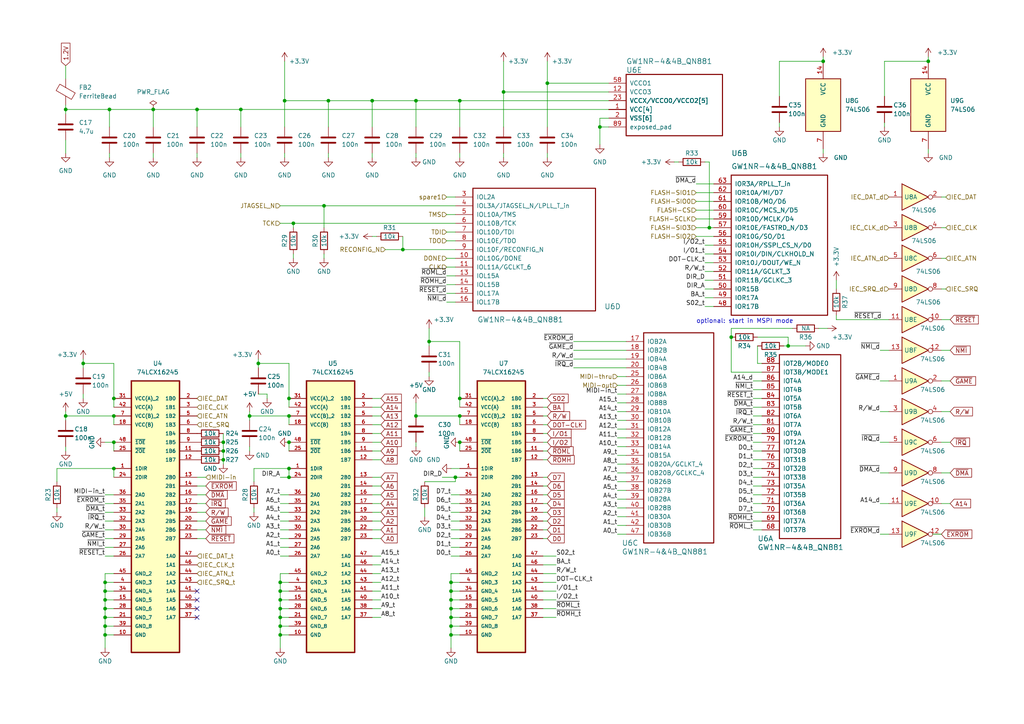
<source format=kicad_sch>
(kicad_sch (version 20230121) (generator eeschema)
  (paper "A4")
  (title_block (title "GW1NR-4 FPGA and level shifter"))
  (junction (at 93.98 59.69))
  (junction (at 64.77 130.81))
  (junction (at 81.28 168.91))
  (junction (at 130.81 181.61))
  (junction (at 19.05 31.75))
  (junction (at 31.75 31.75))
  (junction (at 30.48 168.91))
  (junction (at 173.99 36.83))
  (junction (at 30.48 173.99))
  (junction (at 120.65 120.65))
  (junction (at 269.24 17.78))
  (junction (at 132.08 138.43))
  (junction (at 130.81 179.07))
  (junction (at 30.48 179.07))
  (junction (at 44.45 31.75))
  (junction (at 30.48 181.61))
  (junction (at 238.76 17.78))
  (junction (at 72.39 120.65))
  (junction (at 205.74 66.04))
  (junction (at 82.55 29.21))
  (junction (at 83.82 115.57))
  (junction (at 120.65 29.21))
  (junction (at 81.28 184.15))
  (junction (at 107.95 29.21))
  (junction (at 81.28 181.61))
  (junction (at 85.09 64.77))
  (junction (at 81.28 179.07))
  (junction (at 33.02 120.65))
  (junction (at 24.13 105.41))
  (junction (at 133.35 115.57))
  (junction (at 81.28 176.53))
  (junction (at 83.82 120.65))
  (junction (at 228.6 100.33))
  (junction (at 30.48 171.45))
  (junction (at 146.05 26.67))
  (junction (at 33.02 135.89))
  (junction (at 33.02 128.27))
  (junction (at 57.15 31.75))
  (junction (at 133.35 120.65))
  (junction (at 74.93 105.41))
  (junction (at 130.81 168.91))
  (junction (at 130.81 176.53))
  (junction (at 212.09 97.79))
  (junction (at 116.84 72.39))
  (junction (at 133.35 29.21))
  (junction (at 130.81 173.99))
  (junction (at 83.82 135.89))
  (junction (at 133.35 128.27))
  (junction (at 158.75 24.13))
  (junction (at 69.85 31.75))
  (junction (at 33.02 115.57))
  (junction (at 64.77 133.35))
  (junction (at 81.28 171.45))
  (junction (at 124.46 99.06))
  (junction (at 19.05 120.65))
  (junction (at 95.25 29.21))
  (junction (at 81.28 173.99))
  (junction (at 83.82 128.27))
  (junction (at 64.77 128.27))
  (junction (at 83.82 138.43))
  (junction (at 30.48 184.15))
  (junction (at 30.48 176.53))
  (junction (at 130.81 171.45))
  (junction (at 130.81 184.15))
  (no_connect (at 57.15 179.07))
  (no_connect (at 57.15 171.45))
  (no_connect (at 57.15 173.99))
  (no_connect (at 57.15 176.53))
  (wire (pts (xy 158.75 17.78) (xy 158.75 24.13)))
  (wire (pts (xy 110.49 148.59) (xy 107.95 148.59)))
  (wire (pts (xy 133.35 29.21) (xy 120.65 29.21)))
  (wire (pts (xy 30.48 156.21) (xy 33.02 156.21)))
  (wire (pts (xy 130.81 158.75) (xy 133.35 158.75)))
  (wire (pts (xy 107.95 68.58) (xy 109.22 68.58)))
  (wire (pts (xy 129.54 69.85) (xy 132.08 69.85)))
  (wire (pts (xy 81.28 161.29) (xy 83.82 161.29)))
  (wire (pts (xy 256.54 17.78) (xy 256.54 27.94)))
  (wire (pts (xy 157.48 171.45) (xy 161.29 171.45)))
  (wire (pts (xy 33.02 135.89) (xy 33.02 138.43)))
  (wire (pts (xy 73.66 135.89) (xy 73.66 139.7)))
  (wire (pts (xy 158.75 156.21) (xy 157.48 156.21)))
  (wire (pts (xy 30.48 184.15) (xy 30.48 187.96)))
  (wire (pts (xy 57.15 153.67) (xy 59.69 153.67)))
  (wire (pts (xy 204.47 78.74) (xy 207.01 78.74)))
  (wire (pts (xy 57.15 146.05) (xy 59.69 146.05)))
  (wire (pts (xy 124.46 107.95) (xy 124.46 109.22)))
  (wire (pts (xy 273.05 74.93) (xy 274.32 74.93)))
  (wire (pts (xy 204.47 73.66) (xy 207.01 73.66)))
  (wire (pts (xy 273.05 57.15) (xy 274.32 57.15)))
  (wire (pts (xy 69.85 31.75) (xy 69.85 36.83)))
  (wire (pts (xy 110.49 140.97) (xy 107.95 140.97)))
  (wire (pts (xy 270.51 154.94) (xy 273.05 154.94)))
  (wire (pts (xy 133.35 115.57) (xy 133.35 118.11)))
  (wire (pts (xy 30.48 176.53) (xy 30.48 179.07)))
  (wire (pts (xy 157.48 168.91) (xy 161.29 168.91)))
  (wire (pts (xy 110.49 173.99) (xy 107.95 173.99)))
  (wire (pts (xy 72.39 129.54) (xy 72.39 130.81)))
  (wire (pts (xy 129.54 74.93) (xy 132.08 74.93)))
  (wire (pts (xy 204.47 86.36) (xy 207.01 86.36)))
  (wire (pts (xy 218.44 133.35) (xy 220.98 133.35)))
  (wire (pts (xy 81.28 59.69) (xy 93.98 59.69)))
  (wire (pts (xy 129.54 87.63) (xy 132.08 87.63)))
  (wire (pts (xy 31.75 31.75) (xy 31.75 36.83)))
  (wire (pts (xy 81.28 176.53) (xy 83.82 176.53)))
  (wire (pts (xy 204.47 83.82) (xy 207.01 83.82)))
  (wire (pts (xy 218.44 118.11) (xy 220.98 118.11)))
  (wire (pts (xy 110.49 143.51) (xy 107.95 143.51)))
  (wire (pts (xy 77.47 114.3) (xy 77.47 115.57)))
  (wire (pts (xy 110.49 128.27) (xy 107.95 128.27)))
  (wire (pts (xy 179.07 139.7) (xy 181.61 139.7)))
  (wire (pts (xy 273.05 110.49) (xy 275.59 110.49)))
  (wire (pts (xy 81.28 168.91) (xy 83.82 168.91)))
  (wire (pts (xy 123.19 147.32) (xy 123.19 149.86)))
  (wire (pts (xy 130.81 153.67) (xy 133.35 153.67)))
  (wire (pts (xy 128.27 138.43) (xy 132.08 138.43)))
  (wire (pts (xy 24.13 106.68) (xy 24.13 105.41)))
  (wire (pts (xy 201.93 68.58) (xy 207.01 68.58)))
  (wire (pts (xy 81.28 179.07) (xy 81.28 181.61)))
  (wire (pts (xy 16.51 147.32) (xy 16.51 148.59)))
  (wire (pts (xy 228.6 100.33) (xy 233.68 100.33)))
  (wire (pts (xy 82.55 29.21) (xy 82.55 36.83)))
  (wire (pts (xy 179.07 129.54) (xy 181.61 129.54)))
  (wire (pts (xy 81.28 138.43) (xy 83.82 138.43)))
  (wire (pts (xy 44.45 31.75) (xy 57.15 31.75)))
  (wire (pts (xy 81.28 171.45) (xy 81.28 173.99)))
  (wire (pts (xy 218.44 128.27) (xy 220.98 128.27)))
  (wire (pts (xy 255.27 137.16) (xy 257.81 137.16)))
  (wire (pts (xy 30.48 158.75) (xy 33.02 158.75)))
  (wire (pts (xy 179.07 142.24) (xy 181.61 142.24)))
  (wire (pts (xy 166.37 99.06) (xy 181.61 99.06)))
  (wire (pts (xy 81.28 158.75) (xy 83.82 158.75)))
  (wire (pts (xy 269.24 16.51) (xy 269.24 17.78)))
  (wire (pts (xy 16.51 135.89) (xy 33.02 135.89)))
  (wire (pts (xy 57.15 148.59) (xy 59.69 148.59)))
  (wire (pts (xy 130.81 143.51) (xy 133.35 143.51)))
  (wire (pts (xy 30.48 151.13) (xy 33.02 151.13)))
  (wire (pts (xy 255.27 128.27) (xy 257.81 128.27)))
  (wire (pts (xy 110.49 156.21) (xy 107.95 156.21)))
  (wire (pts (xy 158.75 44.45) (xy 158.75 45.72)))
  (wire (pts (xy 269.24 17.78) (xy 256.54 17.78)))
  (wire (pts (xy 158.75 118.11) (xy 157.48 118.11)))
  (wire (pts (xy 158.75 146.05) (xy 157.48 146.05)))
  (wire (pts (xy 72.39 120.65) (xy 83.82 120.65)))
  (wire (pts (xy 212.09 97.79) (xy 212.09 107.95)))
  (wire (pts (xy 110.49 133.35) (xy 107.95 133.35)))
  (wire (pts (xy 179.07 114.3) (xy 181.61 114.3)))
  (wire (pts (xy 130.81 179.07) (xy 133.35 179.07)))
  (wire (pts (xy 218.44 120.65) (xy 220.98 120.65)))
  (wire (pts (xy 201.93 55.88) (xy 207.01 55.88)))
  (wire (pts (xy 95.25 29.21) (xy 95.25 36.83)))
  (wire (pts (xy 83.82 128.27) (xy 83.82 130.81)))
  (wire (pts (xy 130.81 184.15) (xy 133.35 184.15)))
  (wire (pts (xy 33.02 128.27) (xy 33.02 130.81)))
  (wire (pts (xy 133.35 99.06) (xy 133.35 115.57)))
  (wire (pts (xy 44.45 31.75) (xy 44.45 36.83)))
  (wire (pts (xy 57.15 140.97) (xy 59.69 140.97)))
  (wire (pts (xy 110.49 168.91) (xy 107.95 168.91)))
  (wire (pts (xy 110.49 176.53) (xy 107.95 176.53)))
  (wire (pts (xy 242.57 91.44) (xy 242.57 92.71)))
  (wire (pts (xy 179.07 154.94) (xy 181.61 154.94)))
  (wire (pts (xy 158.75 153.67) (xy 157.48 153.67)))
  (wire (pts (xy 31.75 31.75) (xy 44.45 31.75)))
  (wire (pts (xy 176.53 26.67) (xy 146.05 26.67)))
  (wire (pts (xy 218.44 143.51) (xy 220.98 143.51)))
  (wire (pts (xy 201.93 63.5) (xy 207.01 63.5)))
  (wire (pts (xy 95.25 44.45) (xy 95.25 45.72)))
  (wire (pts (xy 179.07 134.62) (xy 181.61 134.62)))
  (wire (pts (xy 82.55 29.21) (xy 82.55 17.78)))
  (wire (pts (xy 24.13 114.3) (xy 24.13 115.57)))
  (wire (pts (xy 110.49 138.43) (xy 107.95 138.43)))
  (wire (pts (xy 107.95 44.45) (xy 107.95 45.72)))
  (wire (pts (xy 57.15 31.75) (xy 69.85 31.75)))
  (wire (pts (xy 157.48 161.29) (xy 161.29 161.29)))
  (wire (pts (xy 218.44 153.67) (xy 220.98 153.67)))
  (wire (pts (xy 229.87 95.25) (xy 212.09 95.25)))
  (wire (pts (xy 227.33 100.33) (xy 228.6 100.33)))
  (wire (pts (xy 166.37 106.68) (xy 181.61 106.68)))
  (wire (pts (xy 130.81 171.45) (xy 133.35 171.45)))
  (wire (pts (xy 256.54 35.56) (xy 256.54 36.83)))
  (wire (pts (xy 33.02 120.65) (xy 33.02 123.19)))
  (wire (pts (xy 179.07 116.84) (xy 181.61 116.84)))
  (wire (pts (xy 273.05 128.27) (xy 275.59 128.27)))
  (wire (pts (xy 33.02 166.37) (xy 30.48 166.37)))
  (wire (pts (xy 110.49 151.13) (xy 107.95 151.13)))
  (wire (pts (xy 130.81 176.53) (xy 133.35 176.53)))
  (wire (pts (xy 30.48 161.29) (xy 33.02 161.29)))
  (wire (pts (xy 81.28 184.15) (xy 81.28 187.96)))
  (wire (pts (xy 179.07 124.46) (xy 181.61 124.46)))
  (wire (pts (xy 30.48 171.45) (xy 33.02 171.45)))
  (wire (pts (xy 132.08 59.69) (xy 93.98 59.69)))
  (wire (pts (xy 132.08 139.7) (xy 132.08 138.43)))
  (wire (pts (xy 179.07 147.32) (xy 181.61 147.32)))
  (wire (pts (xy 176.53 24.13) (xy 158.75 24.13)))
  (wire (pts (xy 179.07 127) (xy 181.61 127)))
  (wire (pts (xy 204.47 76.2) (xy 207.01 76.2)))
  (wire (pts (xy 81.28 181.61) (xy 83.82 181.61)))
  (wire (pts (xy 218.44 115.57) (xy 220.98 115.57)))
  (wire (pts (xy 81.28 184.15) (xy 83.82 184.15)))
  (wire (pts (xy 179.07 144.78) (xy 181.61 144.78)))
  (wire (pts (xy 110.49 161.29) (xy 107.95 161.29)))
  (wire (pts (xy 132.08 138.43) (xy 133.35 138.43)))
  (wire (pts (xy 255.27 146.05) (xy 257.81 146.05)))
  (wire (pts (xy 110.49 125.73) (xy 107.95 125.73)))
  (wire (pts (xy 120.65 128.27) (xy 120.65 129.54)))
  (wire (pts (xy 64.77 130.81) (xy 64.77 133.35)))
  (wire (pts (xy 110.49 120.65) (xy 107.95 120.65)))
  (wire (pts (xy 81.28 171.45) (xy 83.82 171.45)))
  (wire (pts (xy 157.48 173.99) (xy 161.29 173.99)))
  (wire (pts (xy 158.75 130.81) (xy 157.48 130.81)))
  (wire (pts (xy 238.76 17.78) (xy 226.06 17.78)))
  (wire (pts (xy 133.35 29.21) (xy 133.35 36.83)))
  (wire (pts (xy 218.44 110.49) (xy 220.98 110.49)))
  (wire (pts (xy 30.48 166.37) (xy 30.48 168.91)))
  (wire (pts (xy 130.81 161.29) (xy 133.35 161.29)))
  (wire (pts (xy 81.28 176.53) (xy 81.28 179.07)))
  (wire (pts (xy 218.44 146.05) (xy 220.98 146.05)))
  (wire (pts (xy 218.44 125.73) (xy 220.98 125.73)))
  (wire (pts (xy 238.76 16.51) (xy 238.76 17.78)))
  (wire (pts (xy 158.75 151.13) (xy 157.48 151.13)))
  (wire (pts (xy 201.93 53.34) (xy 207.01 53.34)))
  (wire (pts (xy 129.54 57.15) (xy 132.08 57.15)))
  (wire (pts (xy 129.54 67.31) (xy 132.08 67.31)))
  (wire (pts (xy 111.76 72.39) (xy 116.84 72.39)))
  (wire (pts (xy 130.81 173.99) (xy 130.81 176.53)))
  (wire (pts (xy 57.15 31.75) (xy 57.15 36.83)))
  (wire (pts (xy 81.28 166.37) (xy 81.28 168.91)))
  (wire (pts (xy 124.46 99.06) (xy 124.46 100.33)))
  (wire (pts (xy 237.49 95.25) (xy 240.03 95.25)))
  (wire (pts (xy 81.28 173.99) (xy 83.82 173.99)))
  (wire (pts (xy 30.48 181.61) (xy 33.02 181.61)))
  (wire (pts (xy 158.75 128.27) (xy 157.48 128.27)))
  (wire (pts (xy 110.49 179.07) (xy 107.95 179.07)))
  (wire (pts (xy 129.54 85.09) (xy 132.08 85.09)))
  (wire (pts (xy 179.07 149.86) (xy 181.61 149.86)))
  (wire (pts (xy 157.48 179.07) (xy 161.29 179.07)))
  (wire (pts (xy 129.54 77.47) (xy 132.08 77.47)))
  (wire (pts (xy 242.57 81.28) (xy 242.57 83.82)))
  (wire (pts (xy 218.44 140.97) (xy 220.98 140.97)))
  (wire (pts (xy 110.49 166.37) (xy 107.95 166.37)))
  (wire (pts (xy 30.48 143.51) (xy 33.02 143.51)))
  (wire (pts (xy 81.28 143.51) (xy 83.82 143.51)))
  (wire (pts (xy 173.99 36.83) (xy 173.99 41.91)))
  (wire (pts (xy 64.77 133.35) (xy 64.77 134.62)))
  (wire (pts (xy 130.81 179.07) (xy 130.81 181.61)))
  (wire (pts (xy 132.08 64.77) (xy 85.09 64.77)))
  (wire (pts (xy 82.55 44.45) (xy 82.55 45.72)))
  (wire (pts (xy 158.75 138.43) (xy 157.48 138.43)))
  (wire (pts (xy 146.05 26.67) (xy 146.05 36.83)))
  (wire (pts (xy 33.02 115.57) (xy 33.02 118.11)))
  (wire (pts (xy 85.09 64.77) (xy 85.09 66.04)))
  (wire (pts (xy 110.49 118.11) (xy 107.95 118.11)))
  (wire (pts (xy 30.48 168.91) (xy 30.48 171.45)))
  (wire (pts (xy 130.81 148.59) (xy 133.35 148.59)))
  (wire (pts (xy 255.27 101.6) (xy 257.81 101.6)))
  (wire (pts (xy 179.07 121.92) (xy 181.61 121.92)))
  (wire (pts (xy 30.48 171.45) (xy 30.48 173.99)))
  (wire (pts (xy 31.75 44.45) (xy 31.75 45.72)))
  (wire (pts (xy 30.48 173.99) (xy 33.02 173.99)))
  (wire (pts (xy 158.75 115.57) (xy 157.48 115.57)))
  (wire (pts (xy 273.05 119.38) (xy 275.59 119.38)))
  (wire (pts (xy 110.49 146.05) (xy 107.95 146.05)))
  (wire (pts (xy 158.75 24.13) (xy 158.75 36.83)))
  (wire (pts (xy 130.81 181.61) (xy 133.35 181.61)))
  (wire (pts (xy 57.15 44.45) (xy 57.15 45.72)))
  (wire (pts (xy 83.82 166.37) (xy 81.28 166.37)))
  (wire (pts (xy 218.44 151.13) (xy 220.98 151.13)))
  (wire (pts (xy 179.07 152.4) (xy 181.61 152.4)))
  (wire (pts (xy 255.27 154.94) (xy 257.81 154.94)))
  (wire (pts (xy 146.05 44.45) (xy 146.05 45.72)))
  (wire (pts (xy 57.15 156.21) (xy 59.69 156.21)))
  (wire (pts (xy 73.66 147.32) (xy 73.66 148.59)))
  (wire (pts (xy 85.09 73.66) (xy 85.09 74.93)))
  (wire (pts (xy 116.84 68.58) (xy 116.84 72.39)))
  (wire (pts (xy 228.6 97.79) (xy 228.6 100.33)))
  (wire (pts (xy 219.71 105.41) (xy 220.98 105.41)))
  (wire (pts (xy 130.81 173.99) (xy 133.35 173.99)))
  (wire (pts (xy 81.28 151.13) (xy 83.82 151.13)))
  (wire (pts (xy 130.81 171.45) (xy 130.81 173.99)))
  (wire (pts (xy 173.99 36.83) (xy 176.53 36.83)))
  (wire (pts (xy 73.66 135.89) (xy 83.82 135.89)))
  (wire (pts (xy 30.48 181.61) (xy 30.48 184.15)))
  (wire (pts (xy 179.07 111.76) (xy 181.61 111.76)))
  (wire (pts (xy 110.49 153.67) (xy 107.95 153.67)))
  (wire (pts (xy 157.48 176.53) (xy 161.29 176.53)))
  (wire (pts (xy 30.48 146.05) (xy 33.02 146.05)))
  (wire (pts (xy 107.95 29.21) (xy 95.25 29.21)))
  (wire (pts (xy 204.47 81.28) (xy 207.01 81.28)))
  (wire (pts (xy 204.47 88.9) (xy 207.01 88.9)))
  (wire (pts (xy 83.82 135.89) (xy 83.82 138.43)))
  (wire (pts (xy 19.05 121.92) (xy 19.05 120.65)))
  (wire (pts (xy 130.81 166.37) (xy 130.81 168.91)))
  (wire (pts (xy 124.46 99.06) (xy 133.35 99.06)))
  (wire (pts (xy 19.05 19.05) (xy 19.05 22.86)))
  (wire (pts (xy 273.05 83.82) (xy 274.32 83.82)))
  (wire (pts (xy 157.48 163.83) (xy 161.29 163.83)))
  (wire (pts (xy 158.75 140.97) (xy 157.48 140.97)))
  (wire (pts (xy 120.65 29.21) (xy 107.95 29.21)))
  (wire (pts (xy 146.05 17.78) (xy 146.05 26.67)))
  (wire (pts (xy 129.54 80.01) (xy 132.08 80.01)))
  (wire (pts (xy 273.05 137.16) (xy 275.59 137.16)))
  (wire (pts (xy 93.98 59.69) (xy 93.98 66.04)))
  (wire (pts (xy 130.81 176.53) (xy 130.81 179.07)))
  (wire (pts (xy 219.71 100.33) (xy 219.71 105.41)))
  (wire (pts (xy 33.02 105.41) (xy 33.02 115.57)))
  (wire (pts (xy 255.27 110.49) (xy 257.81 110.49)))
  (wire (pts (xy 30.48 176.53) (xy 33.02 176.53)))
  (wire (pts (xy 123.19 139.7) (xy 132.08 139.7)))
  (wire (pts (xy 120.65 120.65) (xy 133.35 120.65)))
  (wire (pts (xy 30.48 179.07) (xy 30.48 181.61)))
  (wire (pts (xy 19.05 31.75) (xy 31.75 31.75)))
  (wire (pts (xy 81.28 153.67) (xy 83.82 153.67)))
  (wire (pts (xy 218.44 113.03) (xy 220.98 113.03)))
  (wire (pts (xy 218.44 130.81) (xy 220.98 130.81)))
  (wire (pts (xy 158.75 125.73) (xy 157.48 125.73)))
  (wire (pts (xy 218.44 138.43) (xy 220.98 138.43)))
  (wire (pts (xy 30.48 148.59) (xy 33.02 148.59)))
  (wire (pts (xy 158.75 148.59) (xy 157.48 148.59)))
  (wire (pts (xy 201.93 58.42) (xy 207.01 58.42)))
  (wire (pts (xy 57.15 143.51) (xy 59.69 143.51)))
  (wire (pts (xy 69.85 44.45) (xy 69.85 45.72)))
  (wire (pts (xy 205.74 46.99) (xy 205.74 66.04)))
  (wire (pts (xy 130.81 184.15) (xy 130.81 187.96)))
  (wire (pts (xy 226.06 35.56) (xy 226.06 36.83)))
  (wire (pts (xy 158.75 143.51) (xy 157.48 143.51)))
  (wire (pts (xy 81.28 181.61) (xy 81.28 184.15)))
  (wire (pts (xy 19.05 120.65) (xy 33.02 120.65)))
  (wire (pts (xy 273.05 92.71) (xy 275.59 92.71)))
  (wire (pts (xy 273.05 146.05) (xy 275.59 146.05)))
  (wire (pts (xy 74.93 106.68) (xy 74.93 105.41)))
  (wire (pts (xy 120.65 44.45) (xy 120.65 45.72)))
  (wire (pts (xy 166.37 101.6) (xy 181.61 101.6)))
  (wire (pts (xy 110.49 130.81) (xy 107.95 130.81)))
  (wire (pts (xy 212.09 95.25) (xy 212.09 97.79)))
  (wire (pts (xy 64.77 125.73) (xy 64.77 128.27)))
  (wire (pts (xy 93.98 73.66) (xy 93.98 74.93)))
  (wire (pts (xy 77.47 114.3) (xy 74.93 114.3)))
  (wire (pts (xy 120.65 116.84) (xy 120.65 120.65)))
  (wire (pts (xy 120.65 29.21) (xy 120.65 36.83)))
  (wire (pts (xy 158.75 123.19) (xy 157.48 123.19)))
  (wire (pts (xy 133.35 120.65) (xy 133.35 123.19)))
  (wire (pts (xy 179.07 119.38) (xy 181.61 119.38)))
  (wire (pts (xy 157.48 166.37) (xy 161.29 166.37)))
  (wire (pts (xy 242.57 92.71) (xy 257.81 92.71)))
  (wire (pts (xy 116.84 72.39) (xy 132.08 72.39)))
  (wire (pts (xy 133.35 44.45) (xy 133.35 45.72)))
  (wire (pts (xy 83.82 105.41) (xy 83.82 115.57)))
  (wire (pts (xy 64.77 128.27) (xy 64.77 130.81)))
  (wire (pts (xy 218.44 148.59) (xy 220.98 148.59)))
  (wire (pts (xy 176.53 34.29) (xy 173.99 34.29)))
  (wire (pts (xy 158.75 120.65) (xy 157.48 120.65)))
  (wire (pts (xy 24.13 104.14) (xy 24.13 105.41)))
  (wire (pts (xy 81.28 156.21) (xy 83.82 156.21)))
  (wire (pts (xy 30.48 128.27) (xy 33.02 128.27)))
  (wire (pts (xy 195.58 46.99) (xy 196.85 46.99)))
  (wire (pts (xy 19.05 119.38) (xy 19.05 120.65)))
  (wire (pts (xy 83.82 120.65) (xy 83.82 123.19)))
  (wire (pts (xy 83.82 105.41) (xy 74.93 105.41)))
  (wire (pts (xy 179.07 137.16) (xy 181.61 137.16)))
  (wire (pts (xy 201.93 66.04) (xy 205.74 66.04)))
  (wire (pts (xy 273.05 66.04) (xy 274.32 66.04)))
  (wire (pts (xy 57.15 138.43) (xy 59.69 138.43)))
  (wire (pts (xy 19.05 40.64) (xy 19.05 44.45)))
  (wire (pts (xy 269.24 43.18) (xy 269.24 44.45)))
  (wire (pts (xy 110.49 163.83) (xy 107.95 163.83)))
  (wire (pts (xy 133.35 128.27) (xy 133.35 130.81)))
  (wire (pts (xy 129.54 62.23) (xy 132.08 62.23)))
  (wire (pts (xy 204.47 46.99) (xy 205.74 46.99)))
  (wire (pts (xy 179.07 132.08) (xy 181.61 132.08)))
  (wire (pts (xy 110.49 171.45) (xy 107.95 171.45)))
  (wire (pts (xy 130.81 168.91) (xy 133.35 168.91)))
  (wire (pts (xy 130.81 151.13) (xy 133.35 151.13)))
  (wire (pts (xy 16.51 135.89) (xy 16.51 139.7)))
  (wire (pts (xy 226.06 17.78) (xy 226.06 27.94)))
  (wire (pts (xy 218.44 123.19) (xy 220.98 123.19)))
  (wire (pts (xy 166.37 104.14) (xy 181.61 104.14)))
  (wire (pts (xy 130.81 156.21) (xy 133.35 156.21)))
  (wire (pts (xy 81.28 64.77) (xy 85.09 64.77)))
  (wire (pts (xy 238.76 43.18) (xy 238.76 44.45)))
  (wire (pts (xy 30.48 153.67) (xy 33.02 153.67)))
  (wire (pts (xy 81.28 179.07) (xy 83.82 179.07)))
  (wire (pts (xy 205.74 66.04) (xy 207.01 66.04)))
  (wire (pts (xy 107.95 29.21) (xy 107.95 36.83)))
  (wire (pts (xy 201.93 60.96) (xy 207.01 60.96)))
  (wire (pts (xy 30.48 173.99) (xy 30.48 176.53)))
  (wire (pts (xy 19.05 30.48) (xy 19.05 31.75)))
  (wire (pts (xy 81.28 168.91) (xy 81.28 171.45)))
  (wire (pts (xy 179.07 109.22) (xy 181.61 109.22)))
  (wire (pts (xy 129.54 82.55) (xy 132.08 82.55)))
  (wire (pts (xy 173.99 34.29) (xy 173.99 36.83)))
  (wire (pts (xy 33.02 105.41) (xy 24.13 105.41)))
  (wire (pts (xy 72.39 121.92) (xy 72.39 120.65)))
  (wire (pts (xy 30.48 184.15) (xy 33.02 184.15)))
  (wire (pts (xy 110.49 115.57) (xy 107.95 115.57)))
  (wire (pts (xy 110.49 123.19) (xy 107.95 123.19)))
  (wire (pts (xy 130.81 146.05) (xy 133.35 146.05)))
  (wire (pts (xy 158.75 133.35) (xy 157.48 133.35)))
  (wire (pts (xy 81.28 146.05) (xy 83.82 146.05)))
  (wire (pts (xy 30.48 168.91) (xy 33.02 168.91)))
  (wire (pts (xy 204.47 71.12) (xy 207.01 71.12)))
  (wire (pts (xy 273.05 101.6) (xy 275.59 101.6)))
  (wire (pts (xy 83.82 115.57) (xy 83.82 118.11)))
  (wire (pts (xy 133.35 166.37) (xy 130.81 166.37)))
  (wire (pts (xy 44.45 44.45) (xy 44.45 45.72)))
  (wire (pts (xy 124.46 95.25) (xy 124.46 99.06)))
  (wire (pts (xy 130.81 135.89) (xy 133.35 135.89)))
  (wire (pts (xy 95.25 29.21) (xy 82.55 29.21)))
  (wire (pts (xy 57.15 151.13) (xy 59.69 151.13)))
  (wire (pts (xy 130.81 168.91) (xy 130.81 171.45)))
  (wire (pts (xy 69.85 31.75) (xy 176.53 31.75)))
  (wire (pts (xy 130.81 181.61) (xy 130.81 184.15)))
  (wire (pts (xy 30.48 179.07) (xy 33.02 179.07)))
  (wire (pts (xy 255.27 119.38) (xy 257.81 119.38)))
  (wire (pts (xy 74.93 104.14) (xy 74.93 105.41)))
  (wire (pts (xy 81.28 148.59) (xy 83.82 148.59)))
  (wire (pts (xy 81.28 173.99) (xy 81.28 176.53)))
  (wire (pts (xy 19.05 31.75) (xy 19.05 33.02)))
  (wire (pts (xy 218.44 135.89) (xy 220.98 135.89)))
  (wire (pts (xy 133.35 29.21) (xy 176.53 29.21)))
  (wire (pts (xy 212.09 107.95) (xy 220.98 107.95)))
  (wire (pts (xy 19.05 129.54) (xy 19.05 130.81)))
  (wire (pts (xy 219.71 97.79) (xy 228.6 97.79)))
  (wire (pts (xy 72.39 119.38) (xy 72.39 120.65)))
  (text "optional: start in MSPI mode" (at 201.93 93.98 0) (effects (font (size 1.27 1.27)) (justify left bottom)))
  (label "I{slash}O2_t" (at 161.29 173.99 0))
  (label "~{DMA_d}" (at 255.27 137.16 180))
  (label "A9_t" (at 179.07 132.08 180))
  (label "D7_t" (at 218.44 148.59 180))
  (label "~{EXROM_t}" (at 218.44 128.27 180))
  (label "A14_d" (at 218.44 110.49 180))
  (label "~{GAME_d}" (at 255.27 110.49 180))
  (label "DIR_D" (at 204.47 81.28 180))
  (label "~{RESET_d}" (at 247.65 92.71 0))
  (label "DIR_A" (at 81.28 138.43 180))
  (label "D1_t" (at 130.81 158.75 180))
  (label "D4_t" (at 130.81 151.13 180))
  (label "A6_t" (at 81.28 146.05 180))
  (label "D6_t" (at 218.44 146.05 180))
  (label "A13_t" (at 179.07 121.92 180))
  (label "R{slash}W_d" (at 166.37 104.14 180))
  (label "~{RESET_t}" (at 218.44 115.57 180))
  (label "A0_t" (at 81.28 161.29 180))
  (label "A5_t" (at 179.07 142.24 180))
  (label "~{IRQ_d}" (at 166.37 106.68 180))
  (label "A11_t" (at 110.49 171.45 0))
  (label "DIR_D" (at 128.27 138.43 180))
  (label "D0_t" (at 218.44 130.81 180))
  (label "BA_t" (at 161.29 163.83 0))
  (label "~{ROMH_t}" (at 218.44 151.13 180))
  (label "S02_t" (at 204.47 88.9 180))
  (label "~{GAME_d}" (at 166.37 101.6 180))
  (label "~{EXROM_d}" (at 166.37 99.06 180))
  (label "I{slash}O1_t" (at 161.29 171.45 0))
  (label "~{ROML_t}" (at 218.44 153.67 180))
  (label "A11_t" (at 179.07 127 180))
  (label "~{NMI_t}" (at 30.48 158.75 180))
  (label "D0_t" (at 130.81 161.29 180))
  (label "~{GAME_t}" (at 30.48 156.21 180))
  (label "~{IRQ_d}" (at 255.27 128.27 180))
  (label "R{slash}W_t" (at 218.44 123.19 180))
  (label "~{IRQ_t}" (at 218.44 120.65 180))
  (label "D3_t" (at 218.44 138.43 180))
  (label "~{NMI_d}" (at 255.27 101.6 180))
  (label "~{ROMH_t}" (at 161.29 179.07 0))
  (label "~{EXROM_d}" (at 255.27 154.94 180))
  (label "D3_t" (at 130.81 153.67 180))
  (label "D2_t" (at 218.44 135.89 180))
  (label "DOT-CLK_t" (at 204.47 76.2 180))
  (label "A13_t" (at 110.49 166.37 0))
  (label "A2_t" (at 179.07 149.86 180))
  (label "D7_t" (at 130.81 143.51 180))
  (label "~{DMA_t}" (at 30.48 148.59 180))
  (label "D4_t" (at 218.44 140.97 180))
  (label "BA_t" (at 204.47 86.36 180))
  (label "A7_t" (at 179.07 137.16 180))
  (label "A1_t" (at 81.28 158.75 180))
  (label "A12_t" (at 179.07 124.46 180))
  (label "D1_t" (at 218.44 133.35 180))
  (label "D5_t" (at 218.44 143.51 180))
  (label "A14_t" (at 179.07 119.38 180))
  (label "D6_t" (at 130.81 146.05 180))
  (label "~{ROML_t}" (at 161.29 176.53 0))
  (label "A1_t" (at 179.07 152.4 180))
  (label "A15_t" (at 179.07 116.84 180))
  (label "A10_t" (at 110.49 173.99 0))
  (label "DIR_A" (at 204.47 83.82 180))
  (label "A12_t" (at 110.49 168.91 0))
  (label "A4_t" (at 81.28 151.13 180))
  (label "A7_t" (at 81.28 143.51 180))
  (label "A14_d" (at 255.27 146.05 180))
  (label "R{slash}W_t" (at 161.29 166.37 0))
  (label "MIDI-in_t" (at 179.07 114.3 180))
  (label "~{ROML_d}" (at 129.54 80.01 180))
  (label "A5_t" (at 81.28 148.59 180))
  (label "A2_t" (at 81.28 156.21 180))
  (label "S02_t" (at 161.29 161.29 0))
  (label "~{DMA_d}" (at 201.93 53.34 180))
  (label "A9_t" (at 110.49 176.53 0))
  (label "~{NMI_d}" (at 129.54 87.63 180))
  (label "~{ROMH_d}" (at 129.54 82.55 180))
  (label "A3_t" (at 81.28 153.67 180))
  (label "A10_t" (at 179.07 129.54 180))
  (label "DOT-CLK_t" (at 161.29 168.91 0))
  (label "I{slash}O1_t" (at 204.47 73.66 180))
  (label "~{RESET_d}" (at 129.54 85.09 180))
  (label "D5_t" (at 130.81 148.59 180))
  (label "~{NMI_t}" (at 218.44 113.03 180))
  (label "D2_t" (at 130.81 156.21 180))
  (label "~{DMA_t}" (at 218.44 118.11 180))
  (label "A14_t" (at 110.49 163.83 0))
  (label "R{slash}W_t" (at 204.47 78.74 180))
  (label "A3_t" (at 179.07 147.32 180))
  (label "I{slash}O2_t" (at 204.47 71.12 180))
  (label "R{slash}W_d" (at 255.27 119.38 180))
  (label "~{RESET_t}" (at 30.48 161.29 180))
  (label "~{EXROM_t}" (at 30.48 146.05 180))
  (label "MIDI-in_t" (at 30.48 143.51 180))
  (label "~{GAME_t}" (at 218.44 125.73 180))
  (label "A4_t" (at 179.07 144.78 180))
  (label "A0_t" (at 179.07 154.94 180))
  (label "R{slash}W_t" (at 30.48 153.67 180))
  (label "A8_t" (at 179.07 134.62 180))
  (label "A15_t" (at 110.49 161.29 0))
  (label "A6_t" (at 179.07 139.7 180))
  (label "~{IRQ_t}" (at 30.48 151.13 180))
  (label "A8_t" (at 110.49 179.07 0))
  (global_label "A5" (shape input) (at 110.49 143.51 0) (property "Intersheetrefs" "${INTERSHEET_REFS}" (effects hide)))
  (global_label "1.2V" (shape input) (at 19.05 19.05 90) (property "Intersheetrefs" "${INTERSHEET_REFS}" (effects hide)))
  (global_label "A14" (shape input) (at 110.49 118.11 0) (property "Intersheetrefs" "${INTERSHEET_REFS}" (effects hide)))
  (global_label "~{NMI}" (shape input) (at 275.59 101.6 0) (property "Intersheetrefs" "${INTERSHEET_REFS}" (effects hide)))
  (global_label "~{EXROM}" (shape input) (at 273.05 154.94 0) (property "Intersheetrefs" "${INTERSHEET_REFS}" (effects hide)))
  (global_label "D7" (shape input) (at 158.75 138.43 0) (property "Intersheetrefs" "${INTERSHEET_REFS}" (effects hide)))
  (global_label "I{slash}O2" (shape input) (at 158.75 128.27 0) (property "Intersheetrefs" "${INTERSHEET_REFS}" (effects hide)))
  (global_label "~{NMI}" (shape input) (at 59.69 153.67 0) (property "Intersheetrefs" "${INTERSHEET_REFS}" (effects hide)))
  (global_label "R{slash}W" (shape input) (at 59.69 148.59 0) (property "Intersheetrefs" "${INTERSHEET_REFS}" (effects hide)))
  (global_label "D4" (shape input) (at 158.75 146.05 0) (property "Intersheetrefs" "${INTERSHEET_REFS}" (effects hide)))
  (global_label "A2" (shape input) (at 110.49 151.13 0) (property "Intersheetrefs" "${INTERSHEET_REFS}" (effects hide)))
  (global_label "D6" (shape input) (at 158.75 140.97 0) (property "Intersheetrefs" "${INTERSHEET_REFS}" (effects hide)))
  (global_label "~{ROMH}" (shape input) (at 158.75 133.35 0) (property "Intersheetrefs" "${INTERSHEET_REFS}" (effects hide)))
  (global_label "DOT-CLK" (shape input) (at 158.75 123.19 0) (property "Intersheetrefs" "${INTERSHEET_REFS}" (effects hide)))
  (global_label "D5" (shape input) (at 158.75 143.51 0) (property "Intersheetrefs" "${INTERSHEET_REFS}" (effects hide)))
  (global_label "~{RESET}" (shape input) (at 275.59 92.71 0) (property "Intersheetrefs" "${INTERSHEET_REFS}" (effects hide)))
  (global_label "A4" (shape input) (at 110.49 146.05 0) (property "Intersheetrefs" "${INTERSHEET_REFS}" (effects hide)))
  (global_label "A1" (shape input) (at 110.49 153.67 0) (property "Intersheetrefs" "${INTERSHEET_REFS}" (effects hide)))
  (global_label "A11" (shape input) (at 110.49 125.73 0) (property "Intersheetrefs" "${INTERSHEET_REFS}" (effects hide)))
  (global_label "D2" (shape input) (at 158.75 151.13 0) (property "Intersheetrefs" "${INTERSHEET_REFS}" (effects hide)))
  (global_label "A7" (shape input) (at 110.49 138.43 0) (property "Intersheetrefs" "${INTERSHEET_REFS}" (effects hide)))
  (global_label "D0" (shape input) (at 158.75 156.21 0) (property "Intersheetrefs" "${INTERSHEET_REFS}" (effects hide)))
  (global_label "S02" (shape input) (at 158.75 115.57 0) (property "Intersheetrefs" "${INTERSHEET_REFS}" (effects hide)))
  (global_label "~{EXROM}" (shape input) (at 59.69 140.97 0) (property "Intersheetrefs" "${INTERSHEET_REFS}" (effects hide)))
  (global_label "I{slash}O1" (shape input) (at 158.75 125.73 0) (property "Intersheetrefs" "${INTERSHEET_REFS}" (effects hide)))
  (global_label "A13" (shape input) (at 110.49 120.65 0) (property "Intersheetrefs" "${INTERSHEET_REFS}" (effects hide)))
  (global_label "~{ROML}" (shape input) (at 158.75 130.81 0) (property "Intersheetrefs" "${INTERSHEET_REFS}" (effects hide)))
  (global_label "~{RESET}" (shape input) (at 59.69 156.21 0) (property "Intersheetrefs" "${INTERSHEET_REFS}" (effects hide)))
  (global_label "A6" (shape input) (at 110.49 140.97 0) (property "Intersheetrefs" "${INTERSHEET_REFS}" (effects hide)))
  (global_label "D3" (shape input) (at 158.75 148.59 0) (property "Intersheetrefs" "${INTERSHEET_REFS}" (effects hide)))
  (global_label "BA" (shape input) (at 158.75 118.11 0) (property "Intersheetrefs" "${INTERSHEET_REFS}" (effects hide)))
  (global_label "D1" (shape input) (at 158.75 153.67 0) (property "Intersheetrefs" "${INTERSHEET_REFS}" (effects hide)))
  (global_label "R{slash}W" (shape input) (at 275.59 119.38 0) (property "Intersheetrefs" "${INTERSHEET_REFS}" (effects hide)))
  (global_label "A12" (shape input) (at 110.49 123.19 0) (property "Intersheetrefs" "${INTERSHEET_REFS}" (effects hide)))
  (global_label "~{GAME}" (shape input) (at 59.69 151.13 0) (property "Intersheetrefs" "${INTERSHEET_REFS}" (effects hide)))
  (global_label "~{IRQ}" (shape input) (at 59.69 146.05 0) (property "Intersheetrefs" "${INTERSHEET_REFS}" (effects hide)))
  (global_label "A15" (shape input) (at 110.49 115.57 0) (property "Intersheetrefs" "${INTERSHEET_REFS}" (effects hide)))
  (global_label "A9" (shape input) (at 110.49 130.81 0) (property "Intersheetrefs" "${INTERSHEET_REFS}" (effects hide)))
  (global_label "R{slash}W" (shape input) (at 158.75 120.65 0) (property "Intersheetrefs" "${INTERSHEET_REFS}" (effects hide)))
  (global_label "A10" (shape input) (at 110.49 128.27 0) (property "Intersheetrefs" "${INTERSHEET_REFS}" (effects hide)))
  (global_label "~{DMA}" (shape input) (at 59.69 143.51 0) (property "Intersheetrefs" "${INTERSHEET_REFS}" (effects hide)))
  (global_label "~{GAME}" (shape input) (at 275.59 110.49 0) (property "Intersheetrefs" "${INTERSHEET_REFS}" (effects hide)))
  (global_label "~{DMA}" (shape input) (at 275.59 137.16 0) (property "Intersheetrefs" "${INTERSHEET_REFS}" (effects hide)))
  (global_label "A0" (shape input) (at 110.49 156.21 0) (property "Intersheetrefs" "${INTERSHEET_REFS}" (effects hide)))
  (global_label "A14" (shape input) (at 275.59 146.05 0) (property "Intersheetrefs" "${INTERSHEET_REFS}" (effects hide)))
  (global_label "A8" (shape input) (at 110.49 133.35 0) (property "Intersheetrefs" "${INTERSHEET_REFS}" (effects hide)))
  (global_label "A3" (shape input) (at 110.49 148.59 0) (property "Intersheetrefs" "${INTERSHEET_REFS}" (effects hide)))
  (global_label "~{IRQ}" (shape input) (at 275.59 128.27 0) (property "Intersheetrefs" "${INTERSHEET_REFS}" (effects hide)))
  (hierarchical_label "spare1" (shape input) (at 129.54 57.15 180))
  (hierarchical_label "TDO" (shape input) (at 129.54 69.85 180))
  (hierarchical_label "IEC_ATN" (shape input) (at 57.15 120.65 0))
  (hierarchical_label "TDI" (shape input) (at 129.54 67.31 180))
  (hierarchical_label "IEC_CLK_d" (shape input) (at 257.81 66.04 180))
  (hierarchical_label "IEC_DAT_t" (shape input) (at 57.15 161.29 0))
  (hierarchical_label "IEC_SRQ" (shape input) (at 274.32 83.82 0))
  (hierarchical_label "IEC_CLK" (shape input) (at 274.32 66.04 0))
  (hierarchical_label "DONE" (shape input) (at 129.54 74.93 180))
  (hierarchical_label "IEC_ATN" (shape input) (at 274.32 74.93 0))
  (hierarchical_label "JTAGSEL_N" (shape input) (at 81.28 59.69 180))
  (hierarchical_label "FLASH-SIO3" (shape input) (at 201.93 66.04 180))
  (hierarchical_label "FLASH-SCLK" (shape input) (at 201.93 63.5 180))
  (hierarchical_label "IEC_CLK" (shape input) (at 57.15 118.11 0))
  (hierarchical_label "IEC_SRQ_d" (shape input) (at 257.81 83.82 180))
  (hierarchical_label "IEC_ATN_t" (shape input) (at 57.15 166.37 0))
  (hierarchical_label "IEC_ATN_d" (shape input) (at 257.81 74.93 180))
  (hierarchical_label "IEC_SRQ" (shape input) (at 57.15 123.19 0))
  (hierarchical_label "IEC_SRQ_t" (shape input) (at 57.15 168.91 0))
  (hierarchical_label "FLASH-SIO1" (shape input) (at 201.93 55.88 180))
  (hierarchical_label "IEC_DAT_d" (shape input) (at 257.81 57.15 180))
  (hierarchical_label "MIDI-thru" (shape input) (at 179.07 109.22 180))
  (hierarchical_label "IEC_DAT" (shape input) (at 274.32 57.15 0))
  (hierarchical_label "RECONFIG_N" (shape input) (at 111.76 72.39 180))
  (hierarchical_label "IEC_CLK_t" (shape input) (at 57.15 163.83 0))
  (hierarchical_label "TMS" (shape input) (at 129.54 62.23 180))
  (hierarchical_label "MIDI-out" (shape input) (at 179.07 111.76 180))
  (hierarchical_label "FLASH-SIO2" (shape input) (at 201.93 68.58 180))
  (hierarchical_label "IEC_DAT" (shape input) (at 57.15 115.57 0))
  (hierarchical_label "MIDI-in" (shape input) (at 59.69 138.43 0))
  (hierarchical_label "FLASH-SIO0" (shape input) (at 201.93 58.42 180))
  (hierarchical_label "TCK" (shape input) (at 81.28 64.77 180))
  (hierarchical_label "FLASH-CS" (shape input) (at 201.93 60.96 180))
  (hierarchical_label "CLK" (shape input) (at 129.54 77.47 180))
  (symbol (lib_id "power:GND") (at 31.75 45.72 0) (unit 1)
    (property "Reference" "#PWR046" (effects hide))
    (property "Value" "GND" (at 31.75 50.8 0))
  )
  (symbol (lib_id "power:+3.3V") (at 74.93 104.14 0) (unit 1)
    (property "Reference" "#PWR054" (effects hide))
    (property "Value" "+3.3V" (at 67.31 102.87 0) (effects (justify left)))
  )
  (symbol (lib_id "Device:R") (at 85.09 69.85 180) (unit 1)
    (property "Reference" "R29" (at 82.55 69.85 90))
    (property "Value" "10k" (at 85.09 69.85 90))
    (property "Footprint" "Resistor_SMD:R_0805_2012Metric" (effects hide))
  )
  (symbol (lib_id "power:GND") (at 19.05 130.81 0) (unit 1)
    (property "Reference" "#PWR041" (effects hide))
    (property "Value" "GND" (at 19.05 134.62 0))
  )
  (symbol (lib_id "Device:R") (at 233.68 95.25 270) (unit 1)
    (property "Reference" "R36" (at 233.68 97.79 90))
    (property "Value" "NA" (at 233.68 95.25 90))
    (property "Footprint" "Resistor_SMD:R_0805_2012Metric" (effects hide))
  )
  (symbol (lib_id "power:+3.3V") (at 82.55 17.78 0) (unit 1)
    (property "Reference" "#PWR057" (effects hide))
    (property "Value" "+3.3V" (at 83.82 17.78 0) (effects (justify left)))
  )
  (symbol (lib_id "power:GND") (at 64.77 134.62 0) (unit 1)
    (property "Reference" "#PWR049" (effects hide))
    (property "Value" "GND" (at 60.96 135.89 0))
  )
  (symbol (lib_id "74xx:74LS06") (at 265.43 66.04 0) (unit 2)
    (property "Reference" "U8" (at 264.16 66.04 0))
    (property "Value" "74LS06" (at 267.97 69.85 0))
    (property "Footprint" "Package_SO:SO-14_3.9x8.65mm_P1.27mm" (effects hide))
    (property "Datasheet" "http://www.ti.com/lit/gpn/sn74LS06" (effects hide))
  )
  (symbol (lib_id "Device:R") (at 113.03 68.58 90) (unit 1)
    (property "Reference" "R31" (at 113.03 66.04 90))
    (property "Value" "10k" (at 113.03 68.58 90))
    (property "Footprint" "Resistor_SMD:R_0805_2012Metric" (effects hide))
  )
  (symbol (lib_id "Device:C") (at 256.54 31.75 0) (unit 1)
    (property "Reference" "C36" (at 259.08 30.48 0) (effects (justify left)))
    (property "Value" "100n" (at 259.08 33.02 0) (effects (justify left)))
    (property "Footprint" "Capacitor_SMD:C_0805_2012Metric" (effects hide))
  )
  (symbol (lib_id "power:GND") (at 238.76 44.45 0) (unit 1)
    (property "Reference" "#PWR084" (effects hide))
    (property "Value" "GND" (at 243.84 45.72 0))
  )
  (symbol (lib_id "74xx:74LS06") (at 265.43 83.82 0) (unit 4)
    (property "Reference" "U8" (at 264.16 83.82 0))
    (property "Value" "74LS06" (at 269.24 87.63 0))
    (property "Footprint" "Package_SO:SO-14_3.9x8.65mm_P1.27mm" (effects hide))
    (property "Datasheet" "http://www.ti.com/lit/gpn/sn74LS06" (effects hide))
  )
  (symbol (lib_id "Device:R") (at 60.96 128.27 270) (unit 1)
    (property "Reference" "R25" (at 67.31 128.27 90))
    (property "Value" "10k" (at 60.96 128.27 90))
    (property "Footprint" "Resistor_SMD:R_0805_2012Metric" (effects hide))
  )
  (symbol (lib_id "Device:C") (at 69.85 40.64 0) (unit 1)
    (property "Reference" "C23" (at 73.66 39.3699 0) (effects (justify left)))
    (property "Value" "100n" (at 73.66 41.9099 0) (effects (justify left)))
    (property "Footprint" "Capacitor_SMD:C_0805_2012Metric" (effects hide))
  )
  (symbol (lib_id "power:GND") (at 81.28 187.96 0) (unit 1)
    (property "Reference" "#PWR056" (effects hide))
    (property "Value" "GND" (at 81.28 191.77 0))
  )
  (symbol (lib_name "74ALVC164245DGG,51_1") (lib_id "74ALVC164245DGG_51:74ALVC164245DGG,51") (at 45.72 146.05 0) (unit 1)
    (property "Reference" "U4" (at 45.72 105.41 0))
    (property "Value" "74LCX16245" (at 45.72 107.95 0))
    (property "Footprint" "Package_SO:SSOP-48_5.3x12.8mm_P0.5mm" (effects hide))
    (property "PACKAGE" "TSSOP-48" (effects hide))
    (property "OC_NEWARK" "71R0649" (effects hide))
    (property "MPN" "74ALVC164245DGG,51" (effects hide))
    (property "SUPPLIER" "NXP" (effects hide))
    (property "OC_FARNELL" "-" (effects hide))
  )
  (symbol (lib_id "power:GND") (at 146.05 45.72 0) (unit 1)
    (property "Reference" "#PWR076" (effects hide))
    (property "Value" "GND" (at 146.05 50.8 0))
  )
  (symbol (lib_id "74xx:74LS06") (at 265.43 128.27 0) (unit 3)
    (property "Reference" "U9" (at 264.16 128.27 0))
    (property "Value" "74LS06" (at 270.51 130.81 0))
    (property "Footprint" "Package_SO:SO-14_3.9x8.65mm_P1.27mm" (effects hide))
    (property "Datasheet" "http://www.ti.com/lit/gpn/sn74LS06" (effects hide))
  )
  (symbol (lib_id "Device:C") (at 120.65 124.46 0) (unit 1)
    (property "Reference" "C30" (at 127 123.19 0) (effects (justify left)))
    (property "Value" "100n" (at 127 125.73 0) (effects (justify left)))
    (property "Footprint" "Capacitor_SMD:C_0805_2012Metric" (effects hide))
  )
  (symbol (lib_id "Device:C") (at 107.95 40.64 0) (unit 1)
    (property "Reference" "C28" (at 111.76 39.3699 0) (effects (justify left)))
    (property "Value" "100n" (at 111.76 41.9099 0) (effects (justify left)))
    (property "Footprint" "Capacitor_SMD:C_0805_2012Metric" (effects hide))
  )
  (symbol (lib_id "74xx:74LS06") (at 265.43 92.71 0) (unit 5)
    (property "Reference" "U8" (at 264.16 92.71 0))
    (property "Value" "74LS06" (at 270.51 95.25 0))
    (property "Footprint" "Package_SO:SO-14_3.9x8.65mm_P1.27mm" (effects hide))
    (property "Datasheet" "http://www.ti.com/lit/gpn/sn74LS06" (effects hide))
  )
  (symbol (lib_id "gowin_fpga:GW1NR-4&4B_QN881") (at 207.01 53.34 0) (unit 2)
    (property "Reference" "U6" (at 212.09 44.45 0) (effects (font (size 1.524 1.524)) (justify left)))
    (property "Value" "GW1NR-4&4B_QN881" (at 212.09 48.26 0) (effects (font (size 1.524 1.524)) (justify left)))
    (property "Footprint" "qn88:QFN-88_EP_10x10_Pitch0.4mm" (effects hide))
    (property "desc" "GW1NR-4&4B_QN881" (effects hide))
  )
  (symbol (lib_id "power:GND") (at 24.13 115.57 0) (unit 1)
    (property "Reference" "#PWR043" (effects hide))
    (property "Value" "GND" (at 24.13 119.38 0))
  )
  (symbol (lib_id "power:GND") (at 57.15 45.72 0) (unit 1)
    (property "Reference" "#PWR048" (effects hide))
    (property "Value" "GND" (at 57.15 50.8 0))
  )
  (symbol (lib_id "power:GND") (at 133.35 128.27 270) (unit 1)
    (property "Reference" "#PWR074" (effects hide))
    (property "Value" "GND" (at 129.54 128.27 0))
  )
  (symbol (lib_id "power:GND") (at 44.45 45.72 0) (unit 1)
    (property "Reference" "#PWR047" (effects hide))
    (property "Value" "GND" (at 44.45 50.8 0))
  )
  (symbol (lib_id "power:GND") (at 69.85 45.72 0) (unit 1)
    (property "Reference" "#PWR050" (effects hide))
    (property "Value" "GND" (at 69.85 50.8 0))
  )
  (symbol (lib_id "Device:R") (at 60.96 130.81 270) (unit 1)
    (property "Reference" "R26" (at 67.31 130.81 90))
    (property "Value" "10k" (at 60.96 130.81 90))
    (property "Footprint" "Resistor_SMD:R_0805_2012Metric" (effects hide))
  )
  (symbol (lib_id "Device:C") (at 120.65 40.64 0) (unit 1)
    (property "Reference" "C29" (at 124.46 39.3699 0) (effects (justify left)))
    (property "Value" "100n" (at 124.46 41.9099 0) (effects (justify left)))
    (property "Footprint" "Capacitor_SMD:C_0805_2012Metric" (effects hide))
  )
  (symbol (lib_id "power:GND") (at 85.09 74.93 0) (unit 1)
    (property "Reference" "#PWR060" (effects hide))
    (property "Value" "GND" (at 85.09 78.74 0))
  )
  (symbol (lib_id "power:PWR_FLAG") (at 44.45 31.75 0) (unit 1)
    (property "Reference" "#FLG06" (effects hide))
    (property "Value" "PWR_FLAG" (at 44.45 26.67 0))
  )
  (symbol (lib_id "power:GND") (at 95.25 45.72 0) (unit 1)
    (property "Reference" "#PWR062" (effects hide))
    (property "Value" "GND" (at 95.25 50.8 0))
  )
  (symbol (lib_id "Device:R") (at 73.66 143.51 180) (unit 1)
    (property "Reference" "R28" (at 71.12 143.51 90))
    (property "Value" "10k" (at 73.66 143.51 90))
    (property "Footprint" "Resistor_SMD:R_0805_2012Metric" (effects hide))
  )
  (symbol (lib_id "Device:C") (at 133.35 40.64 0) (unit 1)
    (property "Reference" "C32" (at 137.16 39.3699 0) (effects (justify left)))
    (property "Value" "100n" (at 137.16 41.9099 0) (effects (justify left)))
    (property "Footprint" "Capacitor_SMD:C_0805_2012Metric" (effects hide))
  )
  (symbol (lib_id "74xx:74LS06") (at 238.76 30.48 0) (mirror y) (unit 7)
    (property "Reference" "U8" (at 245.11 29.2099 0) (effects (justify right)))
    (property "Value" "74LS06" (at 245.11 31.7499 0) (effects (justify right)))
    (property "Footprint" "Package_SO:SO-14_3.9x8.65mm_P1.27mm" (effects hide))
    (property "Datasheet" "http://www.ti.com/lit/gpn/sn74LS06" (effects hide))
  )
  (symbol (lib_id "74xx:74LS06") (at 265.43 110.49 0) (unit 1)
    (property "Reference" "U9" (at 264.16 110.49 0))
    (property "Value" "74LS06" (at 270.51 113.03 0))
    (property "Footprint" "Package_SO:SO-14_3.9x8.65mm_P1.27mm" (effects hide))
    (property "Datasheet" "http://www.ti.com/lit/gpn/sn74LS06" (effects hide))
  )
  (symbol (lib_id "power:GND") (at 30.48 187.96 0) (unit 1)
    (property "Reference" "#PWR045" (effects hide))
    (property "Value" "GND" (at 30.48 191.77 0))
  )
  (symbol (lib_id "Device:C") (at 124.46 104.14 0) (unit 1)
    (property "Reference" "C31" (at 127 102.87 0) (effects (justify left)))
    (property "Value" "100n" (at 127 105.41 0) (effects (justify left)))
    (property "Footprint" "Capacitor_SMD:C_0805_2012Metric" (effects hide))
  )
  (symbol (lib_id "power:+3.3V") (at 124.46 95.25 0) (unit 1)
    (property "Reference" "#PWR069" (effects hide))
    (property "Value" "+3.3V" (at 125.73 92.71 0) (effects (justify left)))
  )
  (symbol (lib_id "Device:R") (at 60.96 133.35 270) (unit 1)
    (property "Reference" "R27" (at 67.31 133.35 90))
    (property "Value" "10k" (at 60.96 133.35 90))
    (property "Footprint" "Resistor_SMD:R_0805_2012Metric" (effects hide))
  )
  (symbol (lib_id "power:GND") (at 120.65 45.72 0) (unit 1)
    (property "Reference" "#PWR065" (effects hide))
    (property "Value" "GND" (at 124.46 46.99 0))
  )
  (symbol (lib_id "power:GND") (at 133.35 45.72 0) (unit 1)
    (property "Reference" "#PWR073" (effects hide))
    (property "Value" "GND" (at 133.35 50.8 0))
  )
  (symbol (lib_id "Device:R") (at 123.19 143.51 180) (unit 1)
    (property "Reference" "R32" (at 120.65 143.51 90))
    (property "Value" "10k" (at 123.19 143.51 90))
    (property "Footprint" "Resistor_SMD:R_0805_2012Metric" (effects hide))
  )
  (symbol (lib_id "Device:R") (at 60.96 125.73 270) (unit 1)
    (property "Reference" "R24" (at 67.31 125.73 90))
    (property "Value" "10k" (at 60.96 125.73 90))
    (property "Footprint" "Resistor_SMD:R_0805_2012Metric" (effects hide))
  )
  (symbol (lib_id "74xx:74LS06") (at 265.43 74.93 0) (unit 3)
    (property "Reference" "U8" (at 264.16 74.93 0))
    (property "Value" "74LS06" (at 269.24 78.74 0))
    (property "Footprint" "Package_SO:SO-14_3.9x8.65mm_P1.27mm" (effects hide))
    (property "Datasheet" "http://www.ti.com/lit/gpn/sn74LS06" (effects hide))
  )
  (symbol (lib_id "gowin_fpga:GW1NR-4&4B_QN881") (at 181.61 99.06 0) (unit 3)
    (property "Reference" "U6" (at 180.34 157.48 0) (effects (font (size 1.524 1.524)) (justify left)))
    (property "Value" "GW1NR-4&4B_QN881" (at 180.34 160.02 0) (effects (font (size 1.524 1.524)) (justify left)))
    (property "Footprint" "qn88:QFN-88_EP_10x10_Pitch0.4mm" (effects hide))
    (property "desc" "GW1NR-4&4B_QN881" (effects hide))
  )
  (symbol (lib_id "power:+3.3V") (at 195.58 46.99 90) (unit 1)
    (property "Reference" "#PWR080" (effects hide))
    (property "Value" "+3.3V" (at 191.77 46.99 90) (effects (justify left)))
  )
  (symbol (lib_id "power:GND") (at 256.54 36.83 0) (unit 1)
    (property "Reference" "#PWR087" (effects hide))
    (property "Value" "GND" (at 256.54 40.64 0))
  )
  (symbol (lib_id "power:GND") (at 72.39 130.81 0) (unit 1)
    (property "Reference" "#PWR052" (effects hide))
    (property "Value" "GND" (at 76.2 132.08 0))
  )
  (symbol (lib_id "power:GND") (at 30.48 128.27 270) (unit 1)
    (property "Reference" "#PWR044" (effects hide))
    (property "Value" "GND" (at 26.67 128.27 0))
  )
  (symbol (lib_id "power:GND") (at 123.19 149.86 0) (unit 1)
    (property "Reference" "#PWR068" (effects hide))
    (property "Value" "GND" (at 123.19 153.67 0))
  )
  (symbol (lib_id "power:GND") (at 233.68 100.33 90) (unit 1)
    (property "Reference" "#PWR082" (effects hide))
    (property "Value" "GND" (at 238.76 100.33 90))
  )
  (symbol (lib_id "Device:FerriteBead") (at 19.05 26.67 0) (unit 1)
    (property "Reference" "FB2" (at 22.86 25.3491 0) (effects (justify left)))
    (property "Value" "FerriteBead" (at 22.86 27.8891 0) (effects (justify left)))
    (property "Footprint" "Inductor_SMD:L_0805_2012Metric" (effects hide))
  )
  (symbol (lib_id "power:GND") (at 77.47 115.57 0) (unit 1)
    (property "Reference" "#PWR055" (effects hide))
    (property "Value" "GND" (at 77.47 119.38 0))
  )
  (symbol (lib_id "power:GND") (at 173.99 41.91 0) (unit 1)
    (property "Reference" "#PWR079" (effects hide))
    (property "Value" "GND" (at 173.99 46.99 0))
  )
  (symbol (lib_id "gowin_fpga:GW1NR-4&4B_QN881") (at 220.98 105.41 0) (unit 1)
    (property "Reference" "U6" (at 219.71 156.21 0) (effects (font (size 1.524 1.524)) (justify left)))
    (property "Value" "GW1NR-4&4B_QN881" (at 219.71 158.75 0) (effects (font (size 1.524 1.524)) (justify left)))
    (property "Footprint" "qn88:QFN-88_EP_10x10_Pitch0.4mm" (effects hide))
    (property "desc" "GW1NR-4&4B_QN881" (effects hide))
  )
  (symbol (lib_id "power:GND") (at 93.98 74.93 0) (unit 1)
    (property "Reference" "#PWR061" (effects hide))
    (property "Value" "GND" (at 93.98 78.74 0))
  )
  (symbol (lib_id "power:+5V") (at 19.05 119.38 0) (unit 1)
    (property "Reference" "#PWR040" (effects hide))
    (property "Value" "+5V" (at 19.05 114.3 0))
  )
  (symbol (lib_id "Device:C") (at 226.06 31.75 0) (unit 1)
    (property "Reference" "C35" (at 228.6 30.48 0) (effects (justify left)))
    (property "Value" "100n" (at 228.6 33.02 0) (effects (justify left)))
    (property "Footprint" "Capacitor_SMD:C_0805_2012Metric" (effects hide))
  )
  (symbol (lib_id "power:GND") (at 82.55 45.72 0) (unit 1)
    (property "Reference" "#PWR058" (effects hide))
    (property "Value" "GND" (at 82.55 50.8 0))
  )
  (symbol (lib_id "power:GND") (at 124.46 109.22 0) (unit 1)
    (property "Reference" "#PWR070" (effects hide))
    (property "Value" "GND" (at 124.46 113.03 0))
  )
  (symbol (lib_id "Device:R") (at 223.52 100.33 270) (unit 1)
    (property "Reference" "R35" (at 223.52 102.87 90))
    (property "Value" "10k" (at 223.52 100.33 90))
    (property "Footprint" "Resistor_SMD:R_0805_2012Metric" (effects hide))
  )
  (symbol (lib_id "power:+3.3V") (at 238.76 16.51 0) (unit 1)
    (property "Reference" "#PWR083" (effects hide))
    (property "Value" "+3.3V" (at 241.3 15.2399 0) (effects (justify left)))
  )
  (symbol (lib_id "power:GND") (at 19.05 44.45 0) (unit 1)
    (property "Reference" "#PWR039" (effects hide))
    (property "Value" "GND" (at 19.05 49.53 0))
  )
  (symbol (lib_name "74ALVC164245DGG,51_2") (lib_id "74ALVC164245DGG_51:74ALVC164245DGG,51") (at 96.52 146.05 0) (unit 1)
    (property "Reference" "U5" (at 96.52 105.41 0))
    (property "Value" "74LCX16245" (at 96.52 107.95 0))
    (property "Footprint" "Package_SO:SSOP-48_5.3x12.8mm_P0.5mm" (effects hide))
    (property "PACKAGE" "TSSOP-48" (effects hide))
    (property "OC_NEWARK" "71R0649" (effects hide))
    (property "MPN" "74ALVC164245DGG,51" (effects hide))
    (property "SUPPLIER" "NXP" (effects hide))
    (property "OC_FARNELL" "-" (effects hide))
  )
  (symbol (lib_id "Device:C") (at 19.05 36.83 0) (unit 1)
    (property "Reference" "C17" (at 22.86 35.5599 0) (effects (justify left)))
    (property "Value" "4.7u" (at 22.86 38.0999 0) (effects (justify left)))
    (property "Footprint" "Capacitor_SMD:C_0805_2012Metric" (effects hide))
  )
  (symbol (lib_id "power:+3.3V") (at 24.13 104.14 0) (unit 1)
    (property "Reference" "#PWR042" (effects hide))
    (property "Value" "+3.3V" (at 16.51 102.87 0) (effects (justify left)))
  )
  (symbol (lib_id "gowin_fpga:GW1NR-4&4B_QN881") (at 132.08 57.15 0) (unit 4)
    (property "Reference" "U6" (at 175.26 88.9 0) (effects (font (size 1.524 1.524)) (justify left)))
    (property "Value" "GW1NR-4&4B_QN881" (at 138.43 92.71 0) (effects (font (size 1.524 1.524)) (justify left)))
    (property "Footprint" "qn88:QFN-88_EP_10x10_Pitch0.4mm" (effects hide))
    (property "desc" "GW1NR-4&4B_QN881" (effects hide))
  )
  (symbol (lib_id "power:+3.3V") (at 242.57 81.28 0) (unit 1)
    (property "Reference" "#PWR086" (effects hide))
    (property "Value" "+3.3V" (at 242.57 77.47 90) (effects (justify left)))
  )
  (symbol (lib_id "74xx:74LS06") (at 265.43 137.16 0) (unit 4)
    (property "Reference" "U9" (at 264.16 137.16 0))
    (property "Value" "74LS06" (at 270.51 139.7 0))
    (property "Footprint" "Package_SO:SO-14_3.9x8.65mm_P1.27mm" (effects hide))
    (property "Datasheet" "http://www.ti.com/lit/gpn/sn74LS06" (effects hide))
  )
  (symbol (lib_id "power:+3.3V") (at 240.03 95.25 270) (unit 1)
    (property "Reference" "#PWR085" (effects hide))
    (property "Value" "+3.3V" (at 241.3 97.79 90) (effects (justify left)))
  )
  (symbol (lib_id "power:+5V") (at 120.65 116.84 0) (unit 1)
    (property "Reference" "#PWR066" (effects hide))
    (property "Value" "+5V" (at 120.65 111.76 0))
  )
  (symbol (lib_id "power:GND") (at 130.81 135.89 270) (unit 1)
    (property "Reference" "#PWR071" (effects hide))
    (property "Value" "GND" (at 125.73 133.35 90))
  )
  (symbol (lib_id "Device:C") (at 95.25 40.64 0) (unit 1)
    (property "Reference" "C27" (at 99.06 39.3699 0) (effects (justify left)))
    (property "Value" "100n" (at 99.06 41.9099 0) (effects (justify left)))
    (property "Footprint" "Capacitor_SMD:C_0805_2012Metric" (effects hide))
  )
  (symbol (lib_id "Device:C") (at 82.55 40.64 0) (unit 1)
    (property "Reference" "C26" (at 86.36 39.3699 0) (effects (justify left)))
    (property "Value" "100n" (at 86.36 41.9099 0) (effects (justify left)))
    (property "Footprint" "Capacitor_SMD:C_0805_2012Metric" (effects hide))
  )
  (symbol (lib_id "power:GND") (at 107.95 45.72 0) (unit 1)
    (property "Reference" "#PWR063" (effects hide))
    (property "Value" "GND" (at 107.95 50.8 0))
  )
  (symbol (lib_id "Device:R") (at 16.51 143.51 180) (unit 1)
    (property "Reference" "R23" (at 13.97 143.51 90))
    (property "Value" "10k" (at 16.51 143.51 90))
    (property "Footprint" "Resistor_SMD:R_0805_2012Metric" (effects hide))
  )
  (symbol (lib_id "power:+5V") (at 72.39 119.38 0) (unit 1)
    (property "Reference" "#PWR051" (effects hide))
    (property "Value" "+5V" (at 72.39 114.3 0))
  )
  (symbol (lib_id "power:+3.3V") (at 107.95 68.58 90) (unit 1)
    (property "Reference" "#PWR064" (effects hide))
    (property "Value" "+3.3V" (at 104.14 68.58 90) (effects (justify left)))
  )
  (symbol (lib_id "Device:C") (at 72.39 125.73 0) (unit 1)
    (property "Reference" "C24" (at 74.93 124.46 0) (effects (justify left)))
    (property "Value" "100n" (at 74.93 127 0) (effects (justify left)))
    (property "Footprint" "Capacitor_SMD:C_0805_2012Metric" (effects hide))
  )
  (symbol (lib_id "74xx:74LS06") (at 265.43 57.15 0) (unit 1)
    (property "Reference" "U8" (at 264.16 57.15 0))
    (property "Value" "74LS06" (at 267.97 60.96 0))
    (property "Footprint" "Package_SO:SO-14_3.9x8.65mm_P1.27mm" (effects hide))
    (property "Datasheet" "http://www.ti.com/lit/gpn/sn74LS06" (effects hide))
  )
  (symbol (lib_id "power:GND") (at 269.24 44.45 0) (unit 1)
    (property "Reference" "#PWR089" (effects hide))
    (property "Value" "GND" (at 274.32 45.72 0))
  )
  (symbol (lib_id "Device:R") (at 93.98 69.85 180) (unit 1)
    (property "Reference" "R30" (at 91.44 69.85 90))
    (property "Value" "10k" (at 93.98 69.85 90))
    (property "Footprint" "Resistor_SMD:R_0805_2012Metric" (effects hide))
  )
  (symbol (lib_id "74xx:74LS06") (at 269.24 30.48 0) (unit 7)
    (property "Reference" "U9" (at 275.59 29.2099 0) (effects (justify left)))
    (property "Value" "74LS06" (at 275.59 31.7499 0) (effects (justify left)))
    (property "Footprint" "Package_SO:SO-14_3.9x8.65mm_P1.27mm" (effects hide))
    (property "Datasheet" "http://www.ti.com/lit/gpn/sn74LS06" (effects hide))
  )
  (symbol (lib_id "power:GND") (at 16.51 148.59 0) (unit 1)
    (property "Reference" "#PWR038" (effects hide))
    (property "Value" "GND" (at 16.51 152.4 0))
  )
  (symbol (lib_id "74ALVC164245DGG_51:74ALVC164245DGG,51") (at 146.05 146.05 0) (unit 1)
    (property "Reference" "U7" (at 146.05 105.41 0))
    (property "Value" "74LCX16245" (at 146.05 107.95 0))
    (property "Footprint" "Package_SO:SSOP-48_5.3x12.8mm_P0.5mm" (effects hide))
    (property "PACKAGE" "TSSOP-48" (effects hide))
    (property "OC_NEWARK" "71R0649" (effects hide))
    (property "MPN" "74ALVC164245DGG,51" (effects hide))
    (property "SUPPLIER" "NXP" (effects hide))
    (property "OC_FARNELL" "-" (effects hide))
  )
  (symbol (lib_id "Device:C") (at 57.15 40.64 0) (unit 1)
    (property "Reference" "C22" (at 60.96 39.3699 0) (effects (justify left)))
    (property "Value" "100n" (at 60.96 41.9099 0) (effects (justify left)))
    (property "Footprint" "Capacitor_SMD:C_0805_2012Metric" (effects hide))
  )
  (symbol (lib_id "power:GND") (at 120.65 129.54 0) (unit 1)
    (property "Reference" "#PWR067" (effects hide))
    (property "Value" "GND" (at 120.65 133.35 0))
  )
  (symbol (lib_id "Device:R") (at 242.57 87.63 0) (unit 1)
    (property "Reference" "R37" (at 245.11 87.63 90))
    (property "Value" "10k" (at 242.57 87.63 90))
    (property "Footprint" "Resistor_SMD:R_0805_2012Metric" (effects hide))
  )
  (symbol (lib_id "74xx:74LS06") (at 265.43 101.6 0) (unit 6)
    (property "Reference" "U8" (at 264.16 101.6 0))
    (property "Value" "74LS06" (at 270.51 104.14 0))
    (property "Footprint" "Package_SO:SO-14_3.9x8.65mm_P1.27mm" (effects hide))
    (property "Datasheet" "http://www.ti.com/lit/gpn/sn74LS06" (effects hide))
  )
  (symbol (lib_id "Device:R") (at 215.9 97.79 270) (unit 1)
    (property "Reference" "R34" (at 215.9 100.33 90))
    (property "Value" "10k" (at 215.9 97.79 90))
    (property "Footprint" "Resistor_SMD:R_0805_2012Metric" (effects hide))
  )
  (symbol (lib_id "74xx:74LS06") (at 265.43 154.94 0) (unit 6)
    (property "Reference" "U9" (at 264.16 154.94 0))
    (property "Value" "74LS06" (at 270.51 157.48 0))
    (property "Footprint" "Package_SO:SO-14_3.9x8.65mm_P1.27mm" (effects hide))
    (property "Datasheet" "http://www.ti.com/lit/gpn/sn74LS06" (effects hide))
  )
  (symbol (lib_id "gowin_fpga:GW1NR-4&4B_QN881") (at 176.53 24.13 0) (unit 5)
    (property "Reference" "U6" (at 181.61 20.32 0) (effects (font (size 1.524 1.524)) (justify left)))
    (property "Value" "GW1NR-4&4B_QN881" (at 181.61 17.78 0) (effects (font (size 1.524 1.524)) (justify left)))
    (property "Footprint" "qn88:QFN-88_EP_10x10_Pitch0.4mm" (effects hide))
    (property "desc" "GW1NR-4&4B_QN881" (effects hide))
  )
  (symbol (lib_id "Device:C") (at 24.13 110.49 0) (unit 1)
    (property "Reference" "C19" (at 26.67 109.22 0) (effects (justify left)))
    (property "Value" "100n" (at 26.67 111.76 0) (effects (justify left)))
    (property "Footprint" "Capacitor_SMD:C_0805_2012Metric" (effects hide))
  )
  (symbol (lib_id "Device:C") (at 158.75 40.64 0) (unit 1)
    (property "Reference" "C34" (at 162.56 39.3699 0) (effects (justify left)))
    (property "Value" "100n" (at 162.56 41.9099 0) (effects (justify left)))
    (property "Footprint" "Capacitor_SMD:C_0805_2012Metric" (effects hide))
  )
  (symbol (lib_id "power:GND") (at 226.06 36.83 0) (unit 1)
    (property "Reference" "#PWR081" (effects hide))
    (property "Value" "GND" (at 226.06 40.64 0))
  )
  (symbol (lib_id "Device:R") (at 200.66 46.99 90) (unit 1)
    (property "Reference" "R33" (at 200.66 44.45 90))
    (property "Value" "10k" (at 200.66 46.99 90))
    (property "Footprint" "Resistor_SMD:R_0805_2012Metric" (effects hide))
  )
  (symbol (lib_id "Device:C") (at 31.75 40.64 0) (unit 1)
    (property "Reference" "C20" (at 35.56 39.3699 0) (effects (justify left)))
    (property "Value" "100n" (at 35.56 41.9099 0) (effects (justify left)))
    (property "Footprint" "Capacitor_SMD:C_0805_2012Metric" (effects hide))
  )
  (symbol (lib_id "Device:C") (at 146.05 40.64 0) (unit 1)
    (property "Reference" "C33" (at 149.86 39.3699 0) (effects (justify left)))
    (property "Value" "100n" (at 149.86 41.9099 0) (effects (justify left)))
    (property "Footprint" "Capacitor_SMD:C_0805_2012Metric" (effects hide))
  )
  (symbol (lib_id "Device:C") (at 19.05 125.73 0) (unit 1)
    (property "Reference" "C18" (at 21.59 124.46 0) (effects (justify left)))
    (property "Value" "100n" (at 21.59 127 0) (effects (justify left)))
    (property "Footprint" "Capacitor_SMD:C_0805_2012Metric" (effects hide))
  )
  (symbol (lib_id "74xx:74LS06") (at 265.43 119.38 0) (unit 2)
    (property "Reference" "U9" (at 264.16 119.38 0))
    (property "Value" "74LS06" (at 270.51 121.92 0))
    (property "Footprint" "Package_SO:SO-14_3.9x8.65mm_P1.27mm" (effects hide))
    (property "Datasheet" "http://www.ti.com/lit/gpn/sn74LS06" (effects hide))
  )
  (symbol (lib_id "power:+3.3V") (at 158.75 17.78 0) (unit 1)
    (property "Reference" "#PWR077" (effects hide))
    (property "Value" "+3.3V" (at 160.02 17.78 0) (effects (justify left)))
  )
  (symbol (lib_id "Device:C") (at 74.93 110.49 0) (unit 1)
    (property "Reference" "C25" (at 77.47 109.22 0) (effects (justify left)))
    (property "Value" "100n" (at 77.47 111.76 0) (effects (justify left)))
    (property "Footprint" "Capacitor_SMD:C_0805_2012Metric" (effects hide))
  )
  (symbol (lib_id "power:GND") (at 83.82 128.27 270) (unit 1)
    (property "Reference" "#PWR059" (effects hide))
    (property "Value" "GND" (at 82.55 125.73 90))
  )
  (symbol (lib_id "Device:C") (at 44.45 40.64 0) (unit 1)
    (property "Reference" "C21" (at 48.26 39.3699 0) (effects (justify left)))
    (property "Value" "100n" (at 48.26 41.9099 0) (effects (justify left)))
    (property "Footprint" "Capacitor_SMD:C_0805_2012Metric" (effects hide))
  )
  (symbol (lib_id "power:+3.3V") (at 146.05 17.78 0) (unit 1)
    (property "Reference" "#PWR075" (effects hide))
    (property "Value" "+3.3V" (at 147.32 17.78 0) (effects (justify left)))
  )
  (symbol (lib_id "power:+3.3V") (at 269.24 16.51 0) (unit 1)
    (property "Reference" "#PWR088" (effects hide))
    (property "Value" "+3.3V" (at 271.78 15.2399 0) (effects (justify left)))
  )
  (symbol (lib_id "power:GND") (at 73.66 148.59 0) (unit 1)
    (property "Reference" "#PWR053" (effects hide))
    (property "Value" "GND" (at 73.66 152.4 0))
  )
  (symbol (lib_id "power:GND") (at 130.81 187.96 0) (unit 1)
    (property "Reference" "#PWR072" (effects hide))
    (property "Value" "GND" (at 130.81 191.77 0))
  )
  (symbol (lib_id "power:GND") (at 158.75 45.72 0) (unit 1)
    (property "Reference" "#PWR078" (effects hide))
    (property "Value" "GND" (at 158.75 50.8 0))
  )
  (symbol (lib_id "74xx:74LS06") (at 265.43 146.05 0) (unit 5)
    (property "Reference" "U9" (at 264.16 146.05 0))
    (property "Value" "74LS06" (at 270.51 148.59 0))
    (property "Footprint" "Package_SO:SO-14_3.9x8.65mm_P1.27mm" (effects hide))
    (property "Datasheet" "http://www.ti.com/lit/gpn/sn74LS06" (effects hide))
  )
)
</source>
